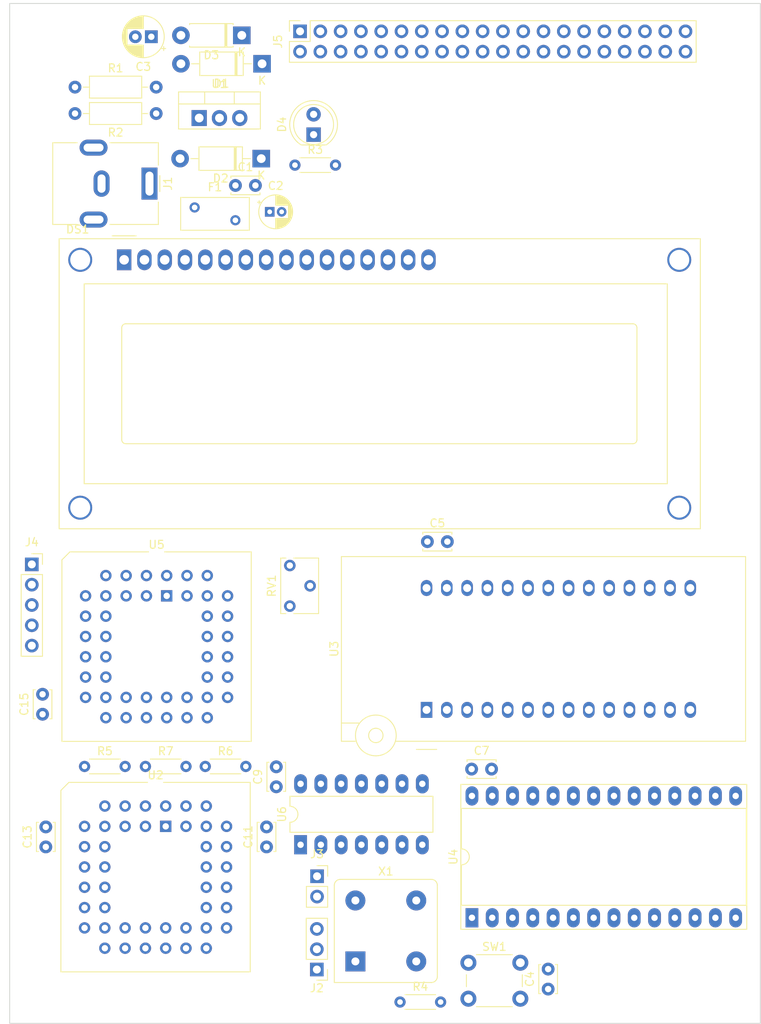
<source format=kicad_pcb>
(kicad_pcb (version 20211014) (generator pcbnew)
  (layers (0 "F.Cu" signal) (31 "B.Cu" signal) (34 "B.Paste" user) (35 "F.Paste" user) (36 "B.SilkS" user "B.Silkscreen") (37 "F.SilkS" user "F.Silkscreen") (38 "B.Mask" user) (39 "F.Mask" user) (44 "Edge.Cuts" user))
  (net 0 "")
  (net 1 "/V_FUSE")
  (net 2 "GND")
  (net 3 "+5V")
  (net 4 "/V_ADJ")
  (net 5 "/~{RES}")
  (net 6 "Net-(D4-Pad1)")
  (net 7 "Net-(DS1-Pad3)")
  (net 8 "/PA5")
  (net 9 "/PA6")
  (net 10 "/PA7")
  (net 11 "/PB0")
  (net 12 "/PB1")
  (net 13 "/PB2")
  (net 14 "/PB3")
  (net 15 "/PB4")
  (net 16 "/PB5")
  (net 17 "/PB6")
  (net 18 "/PB7")
  (net 19 "/V_RAW")
  (net 20 "Net-(J2-Pad1)")
  (net 21 "/CLK")
  (net 22 "Net-(J2-Pad3)")
  (net 23 "/USR0")
  (net 24 "/USR1")
  (net 25 "/USR2")
  (net 26 "/USR3")
  (net 27 "/USR4")
  (net 28 "/SYNC")
  (net 29 "/R{slash}~{W}")
  (net 30 "/A0")
  (net 31 "/~{NMI}")
  (net 32 "/A1")
  (net 33 "/~{IRQ}")
  (net 34 "/A2")
  (net 35 "/~{VP}")
  (net 36 "/A3")
  (net 37 "/~{ML}")
  (net 38 "/A4")
  (net 39 "/PHI2O")
  (net 40 "/A5")
  (net 41 "/PHI1O")
  (net 42 "/A6")
  (net 43 "/BE")
  (net 44 "/A7")
  (net 45 "/RDY")
  (net 46 "/A8")
  (net 47 "/D0")
  (net 48 "/A9")
  (net 49 "/D1")
  (net 50 "/A10")
  (net 51 "/D2")
  (net 52 "/A11")
  (net 53 "/D3")
  (net 54 "/A12")
  (net 55 "/D4")
  (net 56 "/A13")
  (net 57 "/D5")
  (net 58 "/A14")
  (net 59 "/D6")
  (net 60 "/A15")
  (net 61 "/D7")
  (net 66 "/~{A15}")
  (net 67 "/RAM_~{CS}")
  (net 72 "/NAND_A14_~{A15}")
  (footprint "Package_DIP:DIP-28_W15.24mm_Socket_LongPads" (layer "F.Cu") (at 87.742 147.579 90)
    (fp_text reference "U4" (at 7.62 -2.33 90) (layer "F.SilkS"))
    (fp_text value "KM62256CLP")
    (pad "1" thru_hole rect (at 0 0 90) (size 2.4 1.6) (drill 0.8) (layers *.Cu *.Mask) (net 58 "/A14"))
    (pad "2" thru_hole oval (at 0 2.54 90) (size 2.4 1.6) (drill 0.8) (layers *.Cu *.Mask) (net 54 "/A12"))
    (pad "3" thru_hole oval (at 0 5.08 90) (size 2.4 1.6) (drill 0.8) (layers *.Cu *.Mask) (net 44 "/A7"))
    (pad "4" thru_hole oval (at 0 7.62 90) (size 2.4 1.6) (drill 0.8) (layers *.Cu *.Mask) (net 42 "/A6"))
    (pad "5" thru_hole oval (at 0 10.16 90) (size 2.4 1.6) (drill 0.8) (layers *.Cu *.Mask) (net 40 "/A5"))
    (pad "6" thru_hole oval (at 0 12.7 90) (size 2.4 1.6) (drill 0.8) (layers *.Cu *.Mask) (net 38 "/A4"))
    (pad "7" thru_hole oval (at 0 15.24 90) (size 2.4 1.6) (drill 0.8) (layers *.Cu *.Mask) (net 36 "/A3"))
    (pad "8" thru_hole oval (at 0 17.78 90) (size 2.4 1.6) (drill 0.8) (layers *.Cu *.Mask) (net 34 "/A2"))
    (pad "9" thru_hole oval (at 0 20.32 90) (size 2.4 1.6) (drill 0.8) (layers *.Cu *.Mask) (net 32 "/A1"))
    (pad "10" thru_hole oval (at 0 22.86 90) (size 2.4 1.6) (drill 0.8) (layers *.Cu *.Mask) (net 30 "/A0"))
    (pad "11" thru_hole oval (at 0 25.4 90) (size 2.4 1.6) (drill 0.8) (layers *.Cu *.Mask) (net 47 "/D0"))
    (pad "12" thru_hole oval (at 0 27.94 90) (size 2.4 1.6) (drill 0.8) (layers *.Cu *.Mask) (net 49 "/D1"))
    (pad "13" thru_hole oval (at 0 30.48 90) (size 2.4 1.6) (drill 0.8) (layers *.Cu *.Mask) (net 51 "/D2"))
    (pad "14" thru_hole oval (at 0 33.02 90) (size 2.4 1.6) (drill 0.8) (layers *.Cu *.Mask) (net 2 "GND"))
    (pad "15" thru_hole oval (at 15.24 33.02 90) (size 2.4 1.6) (drill 0.8) (layers *.Cu *.Mask) (net 53 "/D3"))
    (pad "16" thru_hole oval (at 15.24 30.48 90) (size 2.4 1.6) (drill 0.8) (layers *.Cu *.Mask) (net 55 "/D4"))
    (pad "17" thru_hole oval (at 15.24 27.94 90) (size 2.4 1.6) (drill 0.8) (layers *.Cu *.Mask) (net 57 "/D5"))
    (pad "18" thru_hole oval (at 15.24 25.4 90) (size 2.4 1.6) (drill 0.8) (layers *.Cu *.Mask) (net 59 "/D6"))
    (pad "19" thru_hole oval (at 15.24 22.86 90) (size 2.4 1.6) (drill 0.8) (layers *.Cu *.Mask) (net 61 "/D7"))
    (pad "20" thru_hole oval (at 15.24 20.32 90) (size 2.4 1.6) (drill 0.8) (layers *.Cu *.Mask) (net 67 "/RAM_~{CS}"))
    (pad "21" thru_hole oval (at 15.24 17.78 90) (size 2.4 1.6) (drill 0.8) (layers *.Cu *.Mask) (net 50 "/A10"))
    (pad "22" thru_hole oval (at 15.24 15.24 90) (size 2.4 1.6) (drill 0.8) (layers *.Cu *.Mask) (net 58 "/A14"))
    (pad "23" thru_hole oval (at 15.24 12.7 90) (size 2.4 1.6) (drill 0.8) (layers *.Cu *.Mask) (net 52 "/A11"))
    (pad "24" thru_hole oval (at 15.24 10.16 90) (size 2.4 1.6) (drill 0.8) (layers *.Cu *.Mask) (net 48 "/A9"))
    (pad "25" thru_hole oval (at 15.24 7.62 90) (size 2.4 1.6) (drill 0.8) (layers *.Cu *.Mask) (net 46 "/A8"))
    (pad "26" thru_hole oval (at 15.24 5.08 90) (size 2.4 1.6) (drill 0.8) (layers *.Cu *.Mask) (net 56 "/A13"))
    (pad "27" thru_hole oval (at 15.24 2.54 90) (size 2.4 1.6) (drill 0.8) (layers *.Cu *.Mask) (net 29 "/R{slash}~{W}"))
    (pad "28" thru_hole oval (at 15.24 0 90) (size 2.4 1.6) (drill 0.8) (layers *.Cu *.Mask) (net 3 "+5V"))
  )
  (footprint "Capacitor_THT:C_Disc_D3.4mm_W2.1mm_P2.50mm" (layer "F.Cu") (at 63.246 131.1964 90)
    (fp_text reference "C9" (at 1.25 -2.3 90) (layer "F.SilkS"))
    (fp_text value "100n")
    (pad "1" thru_hole circle (at 0 0 90) (size 1.6 1.6) (drill 0.8) (layers *.Cu *.Mask) (net 3 "+5V"))
    (pad "2" thru_hole circle (at 2.5 0 90) (size 1.6 1.6) (drill 0.8) (layers *.Cu *.Mask) (net 2 "GND"))
  )
  (footprint "Oscillator:Oscillator_DIP-8_LargePads" (layer "F.Cu") (at 73.152 153.035)
    (fp_text reference "X1" (at 3.81 -11.26) (layer "F.SilkS"))
    (fp_text value "CXO_DIP8")
    (pad "1" thru_hole rect (at 0 0) (size 2.5 2.5) (drill 1) (layers *.Cu *.Mask))
    (pad "4" thru_hole circle (at 7.62 0) (size 2.5 2.5) (drill 1) (layers *.Cu *.Mask) (net 2 "GND"))
    (pad "5" thru_hole circle (at 7.62 -7.62) (size 2.5 2.5) (drill 1) (layers *.Cu *.Mask) (net 22 "Net-(J2-Pad3)"))
    (pad "8" thru_hole circle (at 0 -7.62) (size 2.5 2.5) (drill 1) (layers *.Cu *.Mask) (net 3 "+5V"))
  )
  (footprint "Connector_BarrelJack:BarrelJack_CUI_PJ-063AH_Horizontal" (layer "F.Cu") (at 47.371 55.753 -90)
    (fp_text reference "J1" (at 0 -2.3 90) (layer "F.SilkS"))
    (fp_text value "Jack-DC")
    (pad "" np_thru_hole circle (at 0 9 270) (size 1.6 1.6) (drill 1.6) (layers *.Cu *.Mask))
    (pad "1" thru_hole rect (at 0 0 270) (size 4 2) (drill oval 3 1) (layers *.Cu *.Mask) (net 19 "/V_RAW"))
    (pad "2" thru_hole oval (at 0 6 270) (size 3.3 2) (drill oval 2.3 1) (layers *.Cu *.Mask) (net 2 "GND"))
    (pad "MP" thru_hole oval (at 4.5 7 270) (size 2 3.5) (drill oval 1 2.5) (layers *.Cu *.Mask))
    (pad "MP" thru_hole oval (at -4.5 7 270) (size 2 3.5) (drill oval 1 2.5) (layers *.Cu *.Mask))
  )
  (footprint "Resistor_THT:R_Axial_DIN0204_L3.6mm_D1.6mm_P5.08mm_Horizontal" (layer "F.Cu") (at 65.5828 53.4416)
    (fp_text reference "R3" (at 2.54 -1.92) (layer "F.SilkS"))
    (fp_text value "470")
    (pad "1" thru_hole circle (at 0 0) (size 1.4 1.4) (drill 0.7) (layers *.Cu *.Mask) (net 6 "Net-(D4-Pad1)"))
    (pad "2" thru_hole oval (at 5.08 0) (size 1.4 1.4) (drill 0.7) (layers *.Cu *.Mask) (net 2 "GND"))
  )
  (footprint "Socket:DIP_Socket-28_W11.9_W12.7_W15.24_W17.78_W18.5_3M_228-1277-00-0602J" (layer "F.Cu") (at 82.061 121.5735 90)
    (fp_text reference "U3" (at 7.62 -11.56 90) (layer "F.SilkS"))
    (fp_text value "28C256")
    (pad "1" thru_hole rect (at 0 0 90) (size 2 1.44) (drill 1) (layers *.Cu *.Mask) (net 58 "/A14"))
    (pad "2" thru_hole oval (at 0 2.54 90) (size 2 1.44) (drill 1) (layers *.Cu *.Mask) (net 54 "/A12"))
    (pad "3" thru_hole oval (at 0 5.08 90) (size 2 1.44) (drill 1) (layers *.Cu *.Mask) (net 44 "/A7"))
    (pad "4" thru_hole oval (at 0 7.62 90) (size 2 1.44) (drill 1) (layers *.Cu *.Mask) (net 42 "/A6"))
    (pad "5" thru_hole oval (at 0 10.16 90) (size 2 1.44) (drill 1) (layers *.Cu *.Mask) (net 40 "/A5"))
    (pad "6" thru_hole oval (at 0 12.7 90) (size 2 1.44) (drill 1) (layers *.Cu *.Mask) (net 38 "/A4"))
    (pad "7" thru_hole oval (at 0 15.24 90) (size 2 1.44) (drill 1) (layers *.Cu *.Mask) (net 36 "/A3"))
    (pad "8" thru_hole oval (at 0 17.78 90) (size 2 1.44) (drill 1) (layers *.Cu *.Mask) (net 34 "/A2"))
    (pad "9" thru_hole oval (at 0 20.32 90) (size 2 1.44) (drill 1) (layers *.Cu *.Mask) (net 32 "/A1"))
    (pad "10" thru_hole oval (at 0 22.86 90) (size 2 1.44) (drill 1) (layers *.Cu *.Mask) (net 30 "/A0"))
    (pad "11" thru_hole oval (at 0 25.4 90) (size 2 1.44) (drill 1) (layers *.Cu *.Mask) (net 47 "/D0"))
    (pad "12" thru_hole oval (at 0 27.94 90) (size 2 1.44) (drill 1) (layers *.Cu *.Mask) (net 49 "/D1"))
    (pad "13" thru_hole oval (at 0 30.48 90) (size 2 1.44) (drill 1) (layers *.Cu *.Mask) (net 51 "/D2"))
    (pad "14" thru_hole oval (at 0 33.02 90) (size 2 1.44) (drill 1) (layers *.Cu *.Mask) (net 2 "GND"))
    (pad "15" thru_hole oval (at 15.24 33.02 90) (size 2 1.44) (drill 1) (layers *.Cu *.Mask) (net 53 "/D3"))
    (pad "16" thru_hole oval (at 15.24 30.48 90) (size 2 1.44) (drill 1) (layers *.Cu *.Mask) (net 55 "/D4"))
    (pad "17" thru_hole oval (at 15.24 27.94 90) (size 2 1.44) (drill 1) (layers *.Cu *.Mask) (net 57 "/D5"))
    (pad "18" thru_hole oval (at 15.24 25.4 90) (size 2 1.44) (drill 1) (layers *.Cu *.Mask) (net 59 "/D6"))
    (pad "19" thru_hole oval (at 15.24 22.86 90) (size 2 1.44) (drill 1) (layers *.Cu *.Mask) (net 61 "/D7"))
    (pad "20" thru_hole oval (at 15.24 20.32 90) (size 2 1.44) (drill 1) (layers *.Cu *.Mask) (net 66 "/~{A15}"))
    (pad "21" thru_hole oval (at 15.24 17.78 90) (size 2 1.44) (drill 1) (layers *.Cu *.Mask) (net 50 "/A10"))
    (pad "22" thru_hole oval (at 15.24 15.24 90) (size 2 1.44) (drill 1) (layers *.Cu *.Mask) (net 2 "GND"))
    (pad "23" thru_hole oval (at 15.24 12.7 90) (size 2 1.44) (drill 1) (layers *.Cu *.Mask) (net 52 "/A11"))
    (pad "24" thru_hole oval (at 15.24 10.16 90) (size 2 1.44) (drill 1) (layers *.Cu *.Mask) (net 48 "/A9"))
    (pad "25" thru_hole oval (at 15.24 7.62 90) (size 2 1.44) (drill 1) (layers *.Cu *.Mask) (net 46 "/A8"))
    (pad "26" thru_hole oval (at 15.24 5.08 90) (size 2 1.44) (drill 1) (layers *.Cu *.Mask) (net 56 "/A13"))
    (pad "27" thru_hole oval (at 15.24 2.54 90) (size 2 1.44) (drill 1) (layers *.Cu *.Mask) (net 3 "+5V"))
    (pad "28" thru_hole oval (at 15.24 0 90) (size 2 1.44) (drill 1) (layers *.Cu *.Mask) (net 3 "+5V"))
  )
  (footprint "Package_LCC:PLCC-44_THT-Socket" (layer "F.Cu") (at 49.53 107.315)
    (fp_text reference "U5" (at -1.27 -6.4) (layer "F.SilkS"))
    (fp_text value "W65C22S")
    (pad "1" thru_hole rect (at 0 0) (size 1.4224 1.4224) (drill 0.8) (layers *.Cu *.Mask) (net 2 "GND"))
    (pad "2" thru_hole circle (at -2.54 -2.54) (size 1.4224 1.4224) (drill 0.8) (layers *.Cu *.Mask) (net 23 "/USR0"))
    (pad "3" thru_hole circle (at -2.54 0) (size 1.4224 1.4224) (drill 0.8) (layers *.Cu *.Mask) (net 24 "/USR1"))
    (pad "4" thru_hole circle (at -5.08 -2.54) (size 1.4224 1.4224) (drill 0.8) (layers *.Cu *.Mask) (net 25 "/USR2"))
    (pad "5" thru_hole circle (at -5.08 0) (size 1.4224 1.4224) (drill 0.8) (layers *.Cu *.Mask) (net 26 "/USR3"))
    (pad "6" thru_hole circle (at -7.62 -2.54) (size 1.4224 1.4224) (drill 0.8) (layers *.Cu *.Mask) (net 27 "/USR4"))
    (pad "7" thru_hole circle (at -10.16 0) (size 1.4224 1.4224) (drill 0.8) (layers *.Cu *.Mask) (net 8 "/PA5"))
    (pad "8" thru_hole circle (at -7.62 0) (size 1.4224 1.4224) (drill 0.8) (layers *.Cu *.Mask) (net 9 "/PA6"))
    (pad "9" thru_hole circle (at -10.16 2.54) (size 1.4224 1.4224) (drill 0.8) (layers *.Cu *.Mask) (net 10 "/PA7"))
    (pad "10" thru_hole circle (at -7.62 2.54) (size 1.4224 1.4224) (drill 0.8) (layers *.Cu *.Mask) (net 11 "/PB0"))
    (pad "11" thru_hole circle (at -10.16 5.08) (size 1.4224 1.4224) (drill 0.8) (layers *.Cu *.Mask))
    (pad "12" thru_hole circle (at -7.62 5.08) (size 1.4224 1.4224) (drill 0.8) (layers *.Cu *.Mask) (net 12 "/PB1"))
    (pad "13" thru_hole circle (at -10.16 7.62) (size 1.4224 1.4224) (drill 0.8) (layers *.Cu *.Mask) (net 13 "/PB2"))
    (pad "14" thru_hole circle (at -7.62 7.62) (size 1.4224 1.4224) (drill 0.8) (layers *.Cu *.Mask) (net 14 "/PB3"))
    (pad "15" thru_hole circle (at -10.16 10.16) (size 1.4224 1.4224) (drill 0.8) (layers *.Cu *.Mask) (net 15 "/PB4"))
    (pad "16" thru_hole circle (at -7.62 10.16) (size 1.4224 1.4224) (drill 0.8) (layers *.Cu *.Mask) (net 16 "/PB5"))
    (pad "17" thru_hole circle (at -10.16 12.7) (size 1.4224 1.4224) (drill 0.8) (layers *.Cu *.Mask) (net 17 "/PB6"))
    (pad "18" thru_hole circle (at -7.62 15.24) (size 1.4224 1.4224) (drill 0.8) (layers *.Cu *.Mask) (net 18 "/PB7"))
    (pad "19" thru_hole circle (at -7.62 12.7) (size 1.4224 1.4224) (drill 0.8) (layers *.Cu *.Mask))
    (pad "20" thru_hole circle (at -5.08 15.24) (size 1.4224 1.4224) (drill 0.8) (layers *.Cu *.Mask))
    (pad "21" thru_hole circle (at -5.08 12.7) (size 1.4224 1.4224) (drill 0.8) (layers *.Cu *.Mask) (net 3 "+5V"))
    (pad "22" thru_hole circle (at -2.54 15.24) (size 1.4224 1.4224) (drill 0.8) (layers *.Cu *.Mask))
    (pad "23" thru_hole circle (at -2.54 12.7) (size 1.4224 1.4224) (drill 0.8) (layers *.Cu *.Mask) (net 33 "/~{IRQ}"))
    (pad "24" thru_hole circle (at 0 15.24) (size 1.4224 1.4224) (drill 0.8) (layers *.Cu *.Mask) (net 29 "/R{slash}~{W}"))
    (pad "25" thru_hole circle (at 0 12.7) (size 1.4224 1.4224) (drill 0.8) (layers *.Cu *.Mask) (net 72 "/NAND_A14_~{A15}"))
    (pad "26" thru_hole circle (at 2.54 15.24) (size 1.4224 1.4224) (drill 0.8) (layers *.Cu *.Mask) (net 56 "/A13"))
    (pad "27" thru_hole circle (at 2.54 12.7) (size 1.4224 1.4224) (drill 0.8) (layers *.Cu *.Mask) (net 21 "/CLK"))
    (pad "28" thru_hole circle (at 5.08 15.24) (size 1.4224 1.4224) (drill 0.8) (layers *.Cu *.Mask) (net 61 "/D7"))
    (pad "29" thru_hole circle (at 7.62 12.7) (size 1.4224 1.4224) (drill 0.8) (layers *.Cu *.Mask) (net 59 "/D6"))
    (pad "30" thru_hole circle (at 5.08 12.7) (size 1.4224 1.4224) (drill 0.8) (layers *.Cu *.Mask) (net 57 "/D5"))
    (pad "31" thru_hole circle (at 7.62 10.16) (size 1.4224 1.4224) (drill 0.8) (layers *.Cu *.Mask) (net 55 "/D4"))
    (pad "32" thru_hole circle (at 5.08 10.16) (size 1.4224 1.4224) (drill 0.8) (layers *.Cu *.Mask) (net 53 "/D3"))
    (pad "33" thru_hole circle (at 7.62 7.62) (size 1.4224 1.4224) (drill 0.8) (layers *.Cu *.Mask))
    (pad "34" thru_hole circle (at 5.08 7.62) (size 1.4224 1.4224) (drill 0.8) (layers *.Cu *.Mask) (net 51 "/D2"))
    (pad "35" thru_hole circle (at 7.62 5.08) (size 1.4224 1.4224) (drill 0.8) (layers *.Cu *.Mask) (net 49 "/D1"))
    (pad "36" thru_hole circle (at 5.08 5.08) (size 1.4224 1.4224) (drill 0.8) (layers *.Cu *.Mask) (net 47 "/D0"))
    (pad "37" thru_hole circle (at 7.62 2.54) (size 1.4224 1.4224) (drill 0.8) (layers *.Cu *.Mask) (net 5 "/~{RES}"))
    (pad "38" thru_hole circle (at 5.08 2.54) (size 1.4224 1.4224) (drill 0.8) (layers *.Cu *.Mask))
    (pad "39" thru_hole circle (at 7.62 0) (size 1.4224 1.4224) (drill 0.8) (layers *.Cu *.Mask) (net 36 "/A3"))
    (pad "40" thru_hole circle (at 5.08 -2.54) (size 1.4224 1.4224) (drill 0.8) (layers *.Cu *.Mask) (net 34 "/A2"))
    (pad "41" thru_hole circle (at 5.08 0) (size 1.4224 1.4224) (drill 0.8) (layers *.Cu *.Mask) (net 32 "/A1"))
    (pad "42" thru_hole circle (at 2.54 -2.54) (size 1.4224 1.4224) (drill 0.8) (layers *.Cu *.Mask) (net 30 "/A0"))
    (pad "43" thru_hole circle (at 2.54 0) (size 1.4224 1.4224) (drill 0.8) (layers *.Cu *.Mask))
    (pad "44" thru_hole circle (at 0 -2.54) (size 1.4224 1.4224) (drill 0.8) (layers *.Cu *.Mask))
  )
  (footprint "Capacitor_THT:C_Disc_D3.4mm_W2.1mm_P2.50mm" (layer "F.Cu") (at 34.3916 138.7148 90)
    (fp_text reference "C13" (at 1.25 -2.3 90) (layer "F.SilkS"))
    (fp_text value "100n")
    (pad "1" thru_hole circle (at 0 0 90) (size 1.6 1.6) (drill 0.8) (layers *.Cu *.Mask) (net 3 "+5V"))
    (pad "2" thru_hole circle (at 2.5 0 90) (size 1.6 1.6) (drill 0.8) (layers *.Cu *.Mask) (net 2 "GND"))
  )
  (footprint "Connector_PinSocket_2.54mm:PinSocket_2x20_P2.54mm_Vertical" (layer "F.Cu") (at 66.2224 36.7084 90)
    (fp_text reference "J5" (at -1.27 -2.77 90) (layer "F.SilkS"))
    (fp_text value "HDR_BUS")
    (pad "1" thru_hole rect (at 0 0 90) (size 1.7 1.7) (drill 1) (layers *.Cu *.Mask) (net 3 "+5V"))
    (pad "2" thru_hole oval (at -2.54 0 90) (size 1.7 1.7) (drill 1) (layers *.Cu *.Mask) (net 3 "+5V"))
    (pad "3" thru_hole oval (at 0 2.54 90) (size 1.7 1.7) (drill 1) (layers *.Cu *.Mask) (net 21 "/CLK"))
    (pad "4" thru_hole oval (at -2.54 2.54 90) (size 1.7 1.7) (drill 1) (layers *.Cu *.Mask) (net 5 "/~{RES}"))
    (pad "5" thru_hole oval (at 0 5.08 90) (size 1.7 1.7) (drill 1) (layers *.Cu *.Mask) (net 28 "/SYNC"))
    (pad "6" thru_hole oval (at -2.54 5.08 90) (size 1.7 1.7) (drill 1) (layers *.Cu *.Mask) (net 29 "/R{slash}~{W}"))
    (pad "7" thru_hole oval (at 0 7.62 90) (size 1.7 1.7) (drill 1) (layers *.Cu *.Mask) (net 30 "/A0"))
    (pad "8" thru_hole oval (at -2.54 7.62 90) (size 1.7 1.7) (drill 1) (layers *.Cu *.Mask) (net 31 "/~{NMI}"))
    (pad "9" thru_hole oval (at 0 10.16 90) (size 1.7 1.7) (drill 1) (layers *.Cu *.Mask) (net 32 "/A1"))
    (pad "10" thru_hole oval (at -2.54 10.16 90) (size 1.7 1.7) (drill 1) (layers *.Cu *.Mask) (net 33 "/~{IRQ}"))
    (pad "11" thru_hole oval (at 0 12.7 90) (size 1.7 1.7) (drill 1) (layers *.Cu *.Mask) (net 34 "/A2"))
    (pad "12" thru_hole oval (at -2.54 12.7 90) (size 1.7 1.7) (drill 1) (layers *.Cu *.Mask) (net 35 "/~{VP}"))
    (pad "13" thru_hole oval (at 0 15.24 90) (size 1.7 1.7) (drill 1) (layers *.Cu *.Mask) (net 36 "/A3"))
    (pad "14" thru_hole oval (at -2.54 15.24 90) (size 1.7 1.7) (drill 1) (layers *.Cu *.Mask) (net 37 "/~{ML}"))
    (pad "15" thru_hole oval (at 0 17.78 90) (size 1.7 1.7) (drill 1) (layers *.Cu *.Mask) (net 38 "/A4"))
    (pad "16" thru_hole oval (at -2.54 17.78 90) (size 1.7 1.7) (drill 1) (layers *.Cu *.Mask) (net 39 "/PHI2O"))
    (pad "17" thru_hole oval (at 0 20.32 90) (size 1.7 1.7) (drill 1) (layers *.Cu *.Mask) (net 40 "/A5"))
    (pad "18" thru_hole oval (at -2.54 20.32 90) (size 1.7 1.7) (drill 1) (layers *.Cu *.Mask) (net 41 "/PHI1O"))
    (pad "19" thru_hole oval (at 0 22.86 90) (size 1.7 1.7) (drill 1) (layers *.Cu *.Mask) (net 42 "/A6"))
    (pad "20" thru_hole oval (at -2.54 22.86 90) (size 1.7 1.7) (drill 1) (layers *.Cu *.Mask) (net 43 "/BE"))
    (pad "21" thru_hole oval (at 0 25.4 90) (size 1.7 1.7) (drill 1) (layers *.Cu *.Mask) (net 44 "/A7"))
    (pad "22" thru_hole oval (at -2.54 25.4 90) (size 1.7 1.7) (drill 1) (layers *.Cu *.Mask) (net 45 "/RDY"))
    (pad "23" thru_hole oval (at 0 27.94 90) (size 1.7 1.7) (drill 1) (layers *.Cu *.Mask) (net 46 "/A8"))
    (pad "24" thru_hole oval (at -2.54 27.94 90) (size 1.7 1.7) (drill 1) (layers *.Cu *.Mask) (net 47 "/D0"))
    (pad "25" thru_hole oval (at 0 30.48 90) (size 1.7 1.7) (drill 1) (layers *.Cu *.Mask) (net 48 "/A9"))
    (pad "26" thru_hole oval (at -2.54 30.48 90) (size 1.7 1.7) (drill 1) (layers *.Cu *.Mask) (net 49 "/D1"))
    (pad "27" thru_hole oval (at 0 33.02 90) (size 1.7 1.7) (drill 1) (layers *.Cu *.Mask) (net 50 "/A10"))
    (pad "28" thru_hole oval (at -2.54 33.02 90) (size 1.7 1.7) (drill 1) (layers *.Cu *.Mask) (net 51 "/D2"))
    (pad "29" thru_hole oval (at 0 35.56 90) (size 1.7 1.7) (drill 1) (layers *.Cu *.Mask) (net 52 "/A11"))
    (pad "30" thru_hole oval (at -2.54 35.56 90) (size 1.7 1.7) (drill 1) (layers *.Cu *.Mask) (net 53 "/D3"))
    (pad "31" thru_hole oval (at 0 38.1 90) (size 1.7 1.7) (drill 1) (layers *.Cu *.Mask) (net 54 "/A12"))
    (pad "32" thru_hole oval (at -2.54 38.1 90) (size 1.7 1.7) (drill 1) (layers *.Cu *.Mask) (net 55 "/D4"))
    (pad "33" thru_hole oval (at 0 40.64 90) (size 1.7 1.7) (drill 1) (layers *.Cu *.Mask) (net 56 "/A13"))
    (pad "34" thru_hole oval (at -2.54 40.64 90) (size 1.7 1.7) (drill 1) (layers *.Cu *.Mask) (net 57 "/D5"))
    (pad "35" thru_hole oval (at 0 43.18 90) (size 1.7 1.7) (drill 1) (layers *.Cu *.Mask) (net 58 "/A14"))
    (pad "36" thru_hole oval (at -2.54 43.18 90) (size 1.7 1.7) (drill 1) (layers *.Cu *.Mask) (net 59 "/D6"))
    (pad "37" thru_hole oval (at 0 45.72 90) (size 1.7 1.7) (drill 1) (layers *.Cu *.Mask) (net 60 "/A15"))
    (pad "38" thru_hole oval (at -2.54 45.72 90) (size 1.7 1.7) (drill 1) (layers *.Cu *.Mask) (net 61 "/D7"))
    (pad "39" thru_hole oval (at 0 48.26 90) (size 1.7 1.7) (drill 1) (layers *.Cu *.Mask) (net 2 "GND"))
    (pad "40" thru_hole oval (at -2.54 48.26 90) (size 1.7 1.7) (drill 1) (layers *.Cu *.Mask) (net 2 "GND"))
  )
  (footprint "Resistor_THT:R_Axial_DIN0207_L6.3mm_D2.5mm_P10.16mm_Horizontal" (layer "F.Cu") (at 48.2092 46.99 180)
    (fp_text reference "R2" (at 5.08 -2.37) (layer "F.SilkS"))
    (fp_text value "1k5")
    (pad "1" thru_hole circle (at 0 0 180) (size 1.6 1.6) (drill 0.8) (layers *.Cu *.Mask) (net 4 "/V_ADJ"))
    (pad "2" thru_hole oval (at 10.16 0 180) (size 1.6 1.6) (drill 0.8) (layers *.Cu *.Mask) (net 2 "GND"))
  )
  (footprint "Potentiometer_THT:Potentiometer_Bourns_3266W_Vertical" (layer "F.Cu") (at 64.942 103.52 90)
    (fp_text reference "RV1" (at -2.54 -2.27 90) (layer "F.SilkS"))
    (fp_text value "10k")
    (pad "1" thru_hole circle (at 0 0 90) (size 1.44 1.44) (drill 0.8) (layers *.Cu *.Mask) (net 2 "GND"))
    (pad "2" thru_hole circle (at -2.54 2.54 90) (size 1.44 1.44) (drill 0.8) (layers *.Cu *.Mask) (net 7 "Net-(DS1-Pad3)"))
    (pad "3" thru_hole circle (at -5.08 0 90) (size 1.44 1.44) (drill 0.8) (layers *.Cu *.Mask))
  )
  (footprint "Display:WC1602A" (layer "F.Cu") (at 44.2 65.2875)
    (fp_text reference "DS1" (at -5.82 -3.81) (layer "F.SilkS"))
    (fp_text value "WC1602A")
    (pad "" thru_hole circle (at -5.4991 31.0007) (size 3 3) (drill 2.5) (layers *.Cu *.Mask))
    (pad "" thru_hole circle (at 69.5 0) (size 3 3) (drill 2.5) (layers *.Cu *.Mask))
    (pad "" thru_hole circle (at -5.4991 0) (size 3 3) (drill 2.5) (layers *.Cu *.Mask))
    (pad "" thru_hole circle (at 69.49948 31.0007) (size 3 3) (drill 2.5) (layers *.Cu *.Mask))
    (pad "1" thru_hole rect (at 0 0) (size 1.8 2.6) (drill 1.2) (layers *.Cu *.Mask) (net 2 "GND"))
    (pad "2" thru_hole oval (at 2.54 0) (size 1.8 2.6) (drill 1.2) (layers *.Cu *.Mask) (net 3 "+5V"))
    (pad "3" thru_hole oval (at 5.08 0) (size 1.8 2.6) (drill 1.2) (layers *.Cu *.Mask) (net 7 "Net-(DS1-Pad3)"))
    (pad "4" thru_hole oval (at 7.62 0) (size 1.8 2.6) (drill 1.2) (layers *.Cu *.Mask) (net 8 "/PA5"))
    (pad "5" thru_hole oval (at 10.16 0) (size 1.8 2.6) (drill 1.2) (layers *.Cu *.Mask) (net 9 "/PA6"))
    (pad "6" thru_hole oval (at 12.7 0) (size 1.8 2.6) (drill 1.2) (layers *.Cu *.Mask) (net 10 "/PA7"))
    (pad "7" thru_hole oval (at 15.24 0) (size 1.8 2.6) (drill 1.2) (layers *.Cu *.Mask) (net 11 "/PB0"))
    (pad "8" thru_hole oval (at 17.78 0) (size 1.8 2.6) (drill 1.2) (layers *.Cu *.Mask) (net 12 "/PB1"))
    (pad "9" thru_hole oval (at 20.32 0) (size 1.8 2.6) (drill 1.2) (layers *.Cu *.Mask) (net 13 "/PB2"))
    (pad "10" thru_hole oval (at 22.86 0) (size 1.8 2.6) (drill 1.2) (layers *.Cu *.Mask) (net 14 "/PB3"))
    (pad "11" thru_hole oval (at 25.4 0) (size 1.8 2.6) (drill 1.2) (layers *.Cu *.Mask) (net 15 "/PB4"))
    (pad "12" thru_hole oval (at 27.94 0) (size 1.8 2.6) (drill 1.2) (layers *.Cu *.Mask) (net 16 "/PB5"))
    (pad "13" thru_hole oval (at 30.48 0) (size 1.8 2.6) (drill 1.2) (layers *.Cu *.Mask) (net 17 "/PB6"))
    (pad "14" thru_hole oval (at 33.02 0) (size 1.8 2.6) (drill 1.2) (layers *.Cu *.Mask) (net 18 "/PB7"))
    (pad "15" thru_hole oval (at 35.56 0) (size 1.8 2.6) (drill 1.2) (layers *.Cu *.Mask) (net 3 "+5V"))
    (pad "16" thru_hole oval (at 38.1 0) (size 1.8 2.6) (drill 1.2) (layers *.Cu *.Mask) (net 2 "GND"))
  )
  (footprint "Capacitor_THT:CP_Radial_D5.0mm_P2.00mm" (layer "F.Cu") (at 47.5996 37.3888 180)
    (fp_text reference "C3" (at 1 -3.75) (layer "F.SilkS"))
    (fp_text value "10u")
    (pad "1" thru_hole rect (at 0 0 180) (size 1.6 1.6) (drill 0.8) (layers *.Cu *.Mask) (net 4 "/V_ADJ"))
    (pad "2" thru_hole circle (at 2 0 180) (size 1.6 1.6) (drill 0.8) (layers *.Cu *.Mask) (net 2 "GND"))
  )
  (footprint "Package_DIP:DIP-14_W7.62mm_LongPads" (layer "F.Cu") (at 66.289 138.445 90)
    (fp_text reference "U6" (at 3.81 -2.33 90) (layer "F.SilkS"))
    (fp_text value "74HC00")
    (pad "1" thru_hole rect (at 0 0 90) (size 2.4 1.6) (drill 0.8) (layers *.Cu *.Mask) (net 2 "GND"))
    (pad "2" thru_hole oval (at 0 2.54 90) (size 2.4 1.6) (drill 0.8) (layers *.Cu *.Mask) (net 2 "GND"))
    (pad "3" thru_hole oval (at 0 5.08 90) (size 2.4 1.6) (drill 0.8) (layers *.Cu *.Mask))
    (pad "4" thru_hole oval (at 0 7.62 90) (size 2.4 1.6) (drill 0.8) (layers *.Cu *.Mask) (net 21 "/CLK"))
    (pad "5" thru_hole oval (at 0 10.16 90) (size 2.4 1.6) (drill 0.8) (layers *.Cu *.Mask) (net 66 "/~{A15}"))
    (pad "6" thru_hole oval (at 0 12.7 90) (size 2.4 1.6) (drill 0.8) (layers *.Cu *.Mask) (net 67 "/RAM_~{CS}"))
    (pad "7" thru_hole oval (at 0 15.24 90) (size 2.4 1.6) (drill 0.8) (layers *.Cu *.Mask) (net 2 "GND"))
    (pad "8" thru_hole oval (at 7.62 15.24 90) (size 2.4 1.6) (drill 0.8) (layers *.Cu *.Mask) (net 72 "/NAND_A14_~{A15}"))
    (pad "9" thru_hole oval (at 7.62 12.7 90) (size 2.4 1.6) (drill 0.8) (layers *.Cu *.Mask) (net 66 "/~{A15}"))
    (pad "10" thru_hole oval (at 7.62 10.16 90) (size 2.4 1.6) (drill 0.8) (layers *.Cu *.Mask) (net 58 "/A14"))
    (pad "11" thru_hole oval (at 7.62 7.62 90) (size 2.4 1.6) (drill 0.8) (layers *.Cu *.Mask) (net 66 "/~{A15}"))
    (pad "12" thru_hole oval (at 7.62 5.08 90) (size 2.4 1.6) (drill 0.8) (layers *.Cu *.Mask) (net 60 "/A15"))
    (pad "13" thru_hole oval (at 7.62 2.54 90) (size 2.4 1.6) (drill 0.8) (layers *.Cu *.Mask) (net 60 "/A15"))
    (pad "14" thru_hole oval (at 7.62 0 90) (size 2.4 1.6) (drill 0.8) (layers *.Cu *.Mask) (net 3 "+5V"))
  )
  (footprint "Diode_THT:D_DO-41_SOD81_P10.16mm_Horizontal" (layer "F.Cu") (at 61.3664 52.6288 180)
    (fp_text reference "D2" (at 5.08 -2.47) (layer "F.SilkS"))
    (fp_text value "1N4002")
    (fp_text user "K" (at 0 -2.1) (layer "F.SilkS"))
    (pad "1" thru_hole rect (at 0 0 180) (size 2.2 2.2) (drill 1.1) (layers *.Cu *.Mask) (net 3 "+5V"))
    (pad "2" thru_hole oval (at 10.16 0 180) (size 2.2 2.2) (drill 1.1) (layers *.Cu *.Mask) (net 4 "/V_ADJ"))
  )
  (footprint "Resistor_THT:R_Axial_DIN0204_L3.6mm_D1.6mm_P5.08mm_Horizontal" (layer "F.Cu") (at 46.863 128.651)
    (fp_text reference "R7" (at 2.54 -1.92) (layer "F.SilkS"))
    (fp_text value "1k")
    (pad "1" thru_hole circle (at 0 0) (size 1.4 1.4) (drill 0.7) (layers *.Cu *.Mask) (net 45 "/RDY"))
    (pad "2" thru_hole oval (at 5.08 0) (size 1.4 1.4) (drill 0.7) (layers *.Cu *.Mask) (net 3 "+5V"))
  )
  (footprint "Connector_PinHeader_2.54mm:PinHeader_1x03_P2.54mm_Vertical" (layer "F.Cu") (at 68.326 154.051 180)
    (fp_text reference "J2" (at 0 -2.33) (layer "F.SilkS"))
    (fp_text value "JMP_CLK")
    (pad "1" thru_hole rect (at 0 0 180) (size 1.7 1.7) (drill 1) (layers *.Cu *.Mask) (net 20 "Net-(J2-Pad1)"))
    (pad "2" thru_hole oval (at 0 2.54 180) (size 1.7 1.7) (drill 1) (layers *.Cu *.Mask) (net 21 "/CLK"))
    (pad "3" thru_hole oval (at 0 5.08 180) (size 1.7 1.7) (drill 1) (layers *.Cu *.Mask) (net 22 "Net-(J2-Pad3)"))
  )
  (footprint "Capacitor_THT:C_Disc_D3.4mm_W2.1mm_P2.50mm" (layer "F.Cu") (at 58.1352 55.9816)
    (fp_text reference "C1" (at 1.25 -2.3) (layer "F.SilkS"))
    (fp_text value "0u1")
    (pad "1" thru_hole circle (at 0 0) (size 1.6 1.6) (drill 0.8) (layers *.Cu *.Mask) (net 1 "/V_FUSE"))
    (pad "2" thru_hole circle (at 2.5 0) (size 1.6 1.6) (drill 0.8) (layers *.Cu *.Mask) (net 2 "GND"))
  )
  (footprint "Button_Switch_THT:SW_PUSH_6mm" (layer "F.Cu") (at 87.301 153.198)
    (fp_text reference "SW1" (at 3.25 -2) (layer "F.SilkS"))
    (fp_text value "SW_RST")
    (pad "1" thru_hole circle (at 6.5 0 90) (size 2 2) (drill 1.1) (layers *.Cu *.Mask) (net 2 "GND"))
    (pad "1" thru_hole circle (at 0 0 90) (size 2 2) (drill 1.1) (layers *.Cu *.Mask) (net 2 "GND"))
    (pad "2" thru_hole circle (at 0 4.5 90) (size 2 2) (drill 1.1) (layers *.Cu *.Mask) (net 5 "/~{RES}"))
    (pad "2" thru_hole circle (at 6.5 4.5 90) (size 2 2) (drill 1.1) (layers *.Cu *.Mask) (net 5 "/~{RES}"))
  )
  (footprint "Resistor_THT:R_Axial_DIN0204_L3.6mm_D1.6mm_P5.08mm_Horizontal" (layer "F.Cu") (at 39.243 128.651)
    (fp_text reference "R5" (at 2.54 -1.92) (layer "F.SilkS"))
    (fp_text value "1k")
    (pad "1" thru_hole circle (at 0 0) (size 1.4 1.4) (drill 0.7) (layers *.Cu *.Mask) (net 31 "/~{NMI}"))
    (pad "2" thru_hole oval (at 5.08 0) (size 1.4 1.4) (drill 0.7) (layers *.Cu *.Mask) (net 3 "+5V"))
  )
  (footprint "Resistor_THT:R_Axial_DIN0204_L3.6mm_D1.6mm_P5.08mm_Horizontal" (layer "F.Cu") (at 78.74 158.115)
    (fp_text reference "R4" (at 2.54 -1.92) (layer "F.SilkS"))
    (fp_text value "1k")
    (pad "1" thru_hole circle (at 0 0) (size 1.4 1.4) (drill 0.7) (layers *.Cu *.Mask) (net 3 "+5V"))
    (pad "2" thru_hole oval (at 5.08 0) (size 1.4 1.4) (drill 0.7) (layers *.Cu *.Mask) (net 5 "/~{RES}"))
  )
  (footprint "Connector_PinSocket_2.54mm:PinSocket_1x02_P2.54mm_Vertical" (layer "F.Cu") (at 68.351 142.387)
    (fp_text reference "J3" (at 0 -2.77) (layer "F.SilkS"))
    (fp_text value "EXT_CLK")
    (pad "1" thru_hole rect (at 0 0) (size 1.7 1.7) (drill 1) (layers *.Cu *.Mask) (net 20 "Net-(J2-Pad1)"))
    (pad "2" thru_hole oval (at 0 2.54) (size 1.7 1.7) (drill 1) (layers *.Cu *.Mask) (net 20 "Net-(J2-Pad1)"))
  )
  (footprint "Capacitor_THT:CP_Radial_D4.0mm_P1.50mm" (layer "F.Cu") (at 62.421801 59.2836)
    (fp_text reference "C2" (at 0.75 -3.25) (layer "F.SilkS"))
    (fp_text value "1u")
    (pad "1" thru_hole rect (at 0 0) (size 1.2 1.2) (drill 0.6) (layers *.Cu *.Mask) (net 3 "+5V"))
    (pad "2" thru_hole circle (at 1.5 0) (size 1.2 1.2) (drill 0.6) (layers *.Cu *.Mask) (net 2 "GND"))
  )
  (footprint "Package_TO_SOT_THT:TO-220-3_Vertical" (layer "F.Cu") (at 53.594 47.554)
    (fp_text reference "U1" (at 2.54 -4.27) (layer "F.SilkS"))
    (fp_text value "LM317_TO-220")
    (pad "1" thru_hole rect (at 0 0) (size 1.905 2) (drill 1.1) (layers *.Cu *.Mask) (net 4 "/V_ADJ"))
    (pad "2" thru_hole oval (at 2.54 0) (size 1.905 2) (drill 1.1) (layers *.Cu *.Mask) (net 3 "+5V"))
    (pad "3" thru_hole oval (at 5.08 0) (size 1.905 2) (drill 1.1) (layers *.Cu *.Mask) (net 1 "/V_FUSE"))
  )
  (footprint "Diode_THT:D_DO-41_SOD81_P7.62mm_Horizontal" (layer "F.Cu") (at 58.928 37.211 180)
    (fp_text reference "D3" (at 3.81 -2.47) (layer "F.SilkS"))
    (fp_text value "D_TVS")
    (fp_text user "K" (at 0 -2.1) (layer "F.SilkS"))
    (pad "1" thru_hole rect (at 0 0 180) (size 2.2 2.2) (drill 1.1) (layers *.Cu *.Mask) (net 2 "GND"))
    (pad "2" thru_hole oval (at 7.62 0 180) (size 2.2 2.2) (drill 1.1) (layers *.Cu *.Mask) (net 3 "+5V"))
  )
  (footprint "Resistor_THT:R_Axial_DIN0204_L3.6mm_D1.6mm_P5.08mm_Horizontal" (layer "F.Cu") (at 54.356 128.651)
    (fp_text reference "R6" (at 2.54 -1.92) (layer "F.SilkS"))
    (fp_text value "1k")
    (pad "1" thru_hole circle (at 0 0) (size 1.4 1.4) (drill 0.7) (layers *.Cu *.Mask) (net 43 "/BE"))
    (pad "2" thru_hole oval (at 5.08 0) (size 1.4 1.4) (drill 0.7) (layers *.Cu *.Mask) (net 3 "+5V"))
  )
  (footprint "Resistor_THT:R_Axial_DIN0207_L6.3mm_D2.5mm_P10.16mm_Horizontal" (layer "F.Cu") (at 38.0492 43.688)
    (fp_text reference "R1" (at 5.08 -2.37) (layer "F.SilkS"))
    (fp_text value "500")
    (pad "1" thru_hole circle (at 0 0) (size 1.6 1.6) (drill 0.8) (layers *.Cu *.Mask) (net 3 "+5V"))
    (pad "2" thru_hole oval (at 10.16 0) (size 1.6 1.6) (drill 0.8) (layers *.Cu *.Mask) (net 4 "/V_ADJ"))
  )
  (footprint "Diode_THT:D_DO-41_SOD81_P10.16mm_Horizontal" (layer "F.Cu") (at 61.468 40.767 180)
    (fp_text reference "D1" (at 5.08 -2.47) (layer "F.SilkS"))
    (fp_text value "1N4002")
    (fp_text user "K" (at 0 -2.1) (layer "F.SilkS"))
    (pad "1" thru_hole rect (at 0 0 180) (size 2.2 2.2) (drill 1.1) (layers *.Cu *.Mask) (net 1 "/V_FUSE"))
    (pad "2" thru_hole oval (at 10.16 0 180) (size 2.2 2.2) (drill 1.1) (layers *.Cu *.Mask) (net 3 "+5V"))
  )
  (footprint "Capacitor_THT:C_Disc_D3.4mm_W2.1mm_P2.50mm" (layer "F.Cu") (at 87.7008 128.9812)
    (fp_text reference "C7" (at 1.25 -2.3) (layer "F.SilkS"))
    (fp_text value "100n")
    (pad "1" thru_hole circle (at 0 0) (size 1.6 1.6) (drill 0.8) (layers *.Cu *.Mask) (net 3 "+5V"))
    (pad "2" thru_hole circle (at 2.5 0) (size 1.6 1.6) (drill 0.8) (layers *.Cu *.Mask) (net 2 "GND"))
  )
  (footprint "Capacitor_THT:C_Disc_D3.4mm_W2.1mm_P2.50mm" (layer "F.Cu") (at 82.1636 100.5332)
    (fp_text reference "C5" (at 1.25 -2.3) (layer "F.SilkS"))
    (fp_text value "100n")
    (pad "1" thru_hole circle (at 0 0) (size 1.6 1.6) (drill 0.8) (layers *.Cu *.Mask) (net 3 "+5V"))
    (pad "2" thru_hole circle (at 2.5 0) (size 1.6 1.6) (drill 0.8) (layers *.Cu *.Mask) (net 2 "GND"))
  )
  (footprint "Fuse:Fuse_BelFuse_0ZRE0005FF_L8.3mm_W3.8mm" (layer "F.Cu") (at 53.0252 58.7376)
    (fp_text reference "F1" (at 2.54 -2.54) (layer "F.SilkS"))
    (fp_text value "1A")
    (pad "1" thru_hole circle (at 0 0) (size 1.27 1.27) (drill 0.71) (layers *.Cu *.Mask) (net 19 "/V_RAW"))
    (pad "2" thru_hole circle (at 5.1 1.6) (size 1.27 1.27) (drill 0.71) (layers *.Cu *.Mask) (net 1 "/V_FUSE"))
  )
  (footprint "LED_THT:LED_D5.0mm" (layer "F.Cu") (at 67.9196 49.6316 90)
    (fp_text reference "D4" (at 1.27 -3.96 90) (layer "F.SilkS"))
    (fp_text value "PWR_LED")
    (pad "1" thru_hole rect (at 0 0 90) (size 1.8 1.8) (drill 0.9) (layers *.Cu *.Mask) (net 6 "Net-(D4-Pad1)"))
    (pad "2" thru_hole circle (at 2.54 0 90) (size 1.8 1.8) (drill 0.9) (layers *.Cu *.Mask) (net 3 "+5V"))
  )
  (footprint "Package_LCC:PLCC-44_THT-Socket" (layer "F.Cu") (at 49.403 136.144)
    (fp_text reference "U2" (at -1.27 -6.4) (layer "F.SilkS"))
    (fp_text value "W65C02S")
    (pad "1" thru_hole rect (at 0 0) (size 1.4224 1.4224) (drill 0.8) (layers *.Cu *.Mask) (net 2 "GND"))
    (pad "2" thru_hole circle (at -2.54 -2.54) (size 1.4224 1.4224) (drill 0.8) (layers *.Cu *.Mask) (net 35 "/~{VP}"))
    (pad "3" thru_hole circle (at -2.54 0) (size 1.4224 1.4224) (drill 0.8) (layers *.Cu *.Mask) (net 45 "/RDY"))
    (pad "4" thru_hole circle (at -5.08 -2.54) (size 1.4224 1.4224) (drill 0.8) (layers *.Cu *.Mask) (net 41 "/PHI1O"))
    (pad "5" thru_hole circle (at -5.08 0) (size 1.4224 1.4224) (drill 0.8) (layers *.Cu *.Mask) (net 33 "/~{IRQ}"))
    (pad "6" thru_hole circle (at -7.62 -2.54) (size 1.4224 1.4224) (drill 0.8) (layers *.Cu *.Mask) (net 37 "/~{ML}"))
    (pad "7" thru_hole circle (at -10.16 0) (size 1.4224 1.4224) (drill 0.8) (layers *.Cu *.Mask) (net 31 "/~{NMI}"))
    (pad "8" thru_hole circle (at -7.62 0) (size 1.4224 1.4224) (drill 0.8) (layers *.Cu *.Mask) (net 28 "/SYNC"))
    (pad "9" thru_hole circle (at -10.16 2.54) (size 1.4224 1.4224) (drill 0.8) (layers *.Cu *.Mask) (net 3 "+5V"))
    (pad "10" thru_hole circle (at -7.62 2.54) (size 1.4224 1.4224) (drill 0.8) (layers *.Cu *.Mask) (net 30 "/A0"))
    (pad "11" thru_hole circle (at -10.16 5.08) (size 1.4224 1.4224) (drill 0.8) (layers *.Cu *.Mask) (net 32 "/A1"))
    (pad "12" thru_hole circle (at -7.62 5.08) (size 1.4224 1.4224) (drill 0.8) (layers *.Cu *.Mask))
    (pad "13" thru_hole circle (at -10.16 7.62) (size 1.4224 1.4224) (drill 0.8) (layers *.Cu *.Mask) (net 34 "/A2"))
    (pad "14" thru_hole circle (at -7.62 7.62) (size 1.4224 1.4224) (drill 0.8) (layers *.Cu *.Mask) (net 36 "/A3"))
    (pad "15" thru_hole circle (at -10.16 10.16) (size 1.4224 1.4224) (drill 0.8) (layers *.Cu *.Mask) (net 38 "/A4"))
    (pad "16" thru_hole circle (at -7.62 10.16) (size 1.4224 1.4224) (drill 0.8) (layers *.Cu *.Mask) (net 40 "/A5"))
    (pad "17" thru_hole circle (at -10.16 12.7) (size 1.4224 1.4224) (drill 0.8) (layers *.Cu *.Mask) (net 42 "/A6"))
    (pad "18" thru_hole circle (at -7.62 15.24) (size 1.4224 1.4224) (drill 0.8) (layers *.Cu *.Mask) (net 44 "/A7"))
    (pad "19" thru_hole circle (at -7.62 12.7) (size 1.4224 1.4224) (drill 0.8) (layers *.Cu *.Mask) (net 46 "/A8"))
    (pad "20" thru_hole circle (at -5.08 15.24) (size 1.4224 1.4224) (drill 0.8) (layers *.Cu *.Mask) (net 48 "/A9"))
    (pad "21" thru_hole circle (at -5.08 12.7) (size 1.4224 1.4224) (drill 0.8) (layers *.Cu *.Mask) (net 50 "/A10"))
    (pad "22" thru_hole circle (at -2.54 15.24) (size 1.4224 1.4224) (drill 0.8) (layers *.Cu *.Mask) (net 52 "/A11"))
    (pad "23" thru_hole circle (at -2.54 12.7) (size 1.4224 1.4224) (drill 0.8) (layers *.Cu *.Mask) (net 2 "GND"))
    (pad "24" thru_hole circle (at 0 15.24) (size 1.4224 1.4224) (drill 0.8) (layers *.Cu *.Mask) (net 2 "GND"))
    (pad "25" thru_hole circle (at 0 12.7) (size 1.4224 1.4224) (drill 0.8) (layers *.Cu *.Mask) (net 54 "/A12"))
    (pad "26" thru_hole circle (at 2.54 15.24) (size 1.4224 1.4224) (drill 0.8) (layers *.Cu *.Mask) (net 56 "/A13"))
    (pad "27" thru_hole circle (at 2.54 12.7) (size 1.4224 1.4224) (drill 0.8) (layers *.Cu *.Mask) (net 58 "/A14"))
    (pad "28" thru_hole circle (at 5.08 15.24) (size 1.4224 1.4224) (drill 0.8) (layers *.Cu *.Mask) (net 60 "/A15"))
    (pad "29" thru_hole circle (at 7.62 12.7) (size 1.4224 1.4224) (drill 0.8) (layers *.Cu *.Mask) (net 61 "/D7"))
    (pad "30" thru_hole circle (at 5.08 12.7) (size 1.4224 1.4224) (drill 0.8) (layers *.Cu *.Mask) (net 59 "/D6"))
    (pad "31" thru_hole circle (at 7.62 10.16) (size 1.4224 1.4224) (drill 0.8) (layers *.Cu *.Mask) (net 57 "/D5"))
    (pad "32" thru_hole circle (at 5.08 10.16) (size 1.4224 1.4224) (drill 0.8) (layers *.Cu *.Mask) (net 55 "/D4"))
    (pad "33" thru_hole circle (at 7.62 7.62) (size 1.4224 1.4224) (drill 0.8) (layers *.Cu *.Mask) (net 53 "/D3"))
    (pad "34" thru_hole circle (at 5.08 7.62) (size 1.4224 1.4224) (drill 0.8) (layers *.Cu *.Mask) (net 51 "/D2"))
    (pad "35" thru_hole circle (at 7.62 5.08) (size 1.4224 1.4224) (drill 0.8) (layers *.Cu *.Mask) (net 49 "/D1"))
    (pad "36" thru_hole circle (at 5.08 5.08) (size 1.4224 1.4224) (drill 0.8) (layers *.Cu *.Mask) (net 47 "/D0"))
    (pad "37" thru_hole circle (at 7.62 2.54) (size 1.4224 1.4224) (drill 0.8) (layers *.Cu *.Mask) (net 3 "+5V"))
    (pad "38" thru_hole circle (at 5.08 2.54) (size 1.4224 1.4224) (drill 0.8) (layers *.Cu *.Mask) (net 29 "/R{slash}~{W}"))
    (pad "39" thru_hole circle (at 7.62 0) (size 1.4224 1.4224) (drill 0.8) (layers *.Cu *.Mask))
    (pad "40" thru_hole circle (at 5.08 -2.54) (size 1.4224 1.4224) (drill 0.8) (layers *.Cu *.Mask) (net 43 "/BE"))
    (pad "41" thru_hole circle (at 5.08 0) (size 1.4224 1.4224) (drill 0.8) (layers *.Cu *.Mask) (net 21 "/CLK"))
    (pad "42" thru_hole circle (at 2.54 -2.54) (size 1.4224 1.4224) (drill 0.8) (layers *.Cu *.Mask))
    (pad "43" thru_hole circle (at 2.54 0) (size 1.4224 1.4224) (drill 0.8) (layers *.Cu *.Mask) (net 39 "/PHI2O"))
    (pad "44" thru_hole circle (at 0 -2.54) (size 1.4224 1.4224) (drill 0.8) (layers *.Cu *.Mask) (net 5 "/~{RES}"))
  )
  (footprint "Capacitor_THT:C_Disc_D3.4mm_W2.1mm_P2.50mm" (layer "F.Cu") (at 33.9852 122.1232 90)
    (fp_text reference "C15" (at 1.25 -2.3 90) (layer "F.SilkS"))
    (fp_text value "100n")
    (pad "1" thru_hole circle (at 0 0 90) (size 1.6 1.6) (drill 0.8) (layers *.Cu *.Mask) (net 3 "+5V"))
    (pad "2" thru_hole circle (at 2.5 0 90) (size 1.6 1.6) (drill 0.8) (layers *.Cu *.Mask) (net 2 "GND"))
  )
  (footprint "Capacitor_THT:C_Disc_D3.4mm_W2.1mm_P2.50mm" (layer "F.Cu") (at 97.282 156.4948 90)
    (fp_text reference "C4" (at 1.25 -2.3 90) (layer "F.SilkS"))
    (fp_text value "100n")
    (pad "1" thru_hole circle (at 0 0 90) (size 1.6 1.6) (drill 0.8) (layers *.Cu *.Mask) (net 5 "/~{RES}"))
    (pad "2" thru_hole circle (at 2.5 0 90) (size 1.6 1.6) (drill 0.8) (layers *.Cu *.Mask) (net 2 "GND"))
  )
  (footprint "Connector_PinSocket_2.54mm:PinSocket_1x05_P2.54mm_Vertical" (layer "F.Cu") (at 32.639 103.378)
    (fp_text reference "J4" (at 0 -2.77) (layer "F.SilkS"))
    (fp_text value "HDR_USER")
    (pad "1" thru_hole rect (at 0 0) (size 1.7 1.7) (drill 1) (layers *.Cu *.Mask) (net 23 "/USR0"))
    (pad "2" thru_hole oval (at 0 2.54) (size 1.7 1.7) (drill 1) (layers *.Cu *.Mask) (net 24 "/USR1"))
    (pad "3" thru_hole oval (at 0 5.08) (size 1.7 1.7) (drill 1) (layers *.Cu *.Mask) (net 25 "/USR2"))
    (pad "4" thru_hole oval (at 0 7.62) (size 1.7 1.7) (drill 1) (layers *.Cu *.Mask) (net 26 "/USR3"))
    (pad "5" thru_hole oval (at 0 10.16) (size 1.7 1.7) (drill 1) (layers *.Cu *.Mask) (net 27 "/USR4"))
  )
  (footprint "Capacitor_THT:C_Disc_D3.4mm_W2.1mm_P2.50mm" (layer "F.Cu") (at 62.0268 138.7148 90)
    (fp_text reference "C11" (at 1.25 -2.3 90) (layer "F.SilkS"))
    (fp_text value "100n")
    (pad "1" thru_hole circle (at 0 0 90) (size 1.6 1.6) (drill 0.8) (layers *.Cu *.Mask) (net 3 "+5V"))
    (pad "2" thru_hole circle (at 2.5 0 90) (size 1.6 1.6) (drill 0.8) (layers *.Cu *.Mask) (net 2 "GND"))
  )
  (gr_rect (start 29.8704 33.2232) (end 123.8504 160.782) (layer "Edge.Cuts") (width 0.1) (fill none))
)
</source>
